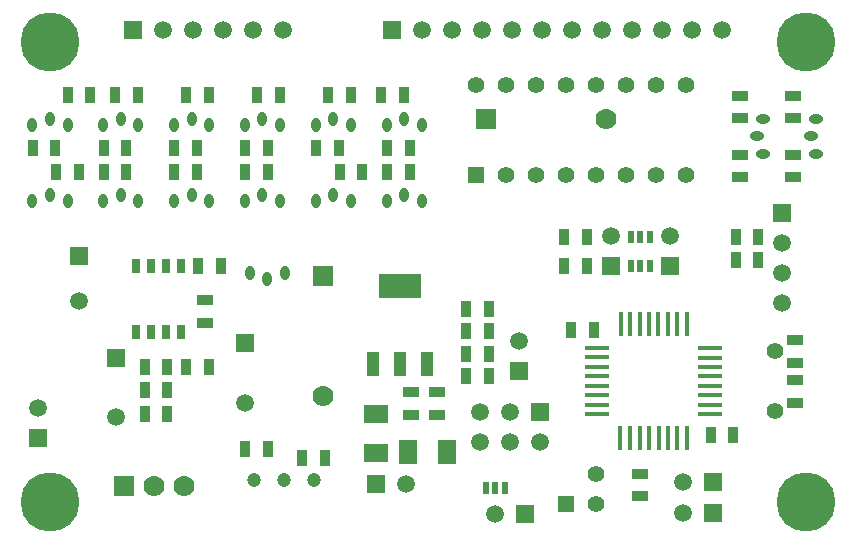
<source format=gbs>
G04 (created by PCBNEW (2013-07-07 BZR 4022)-stable) date 2015-02-26 23:16:54*
%MOIN*%
G04 Gerber Fmt 3.4, Leading zero omitted, Abs format*
%FSLAX34Y34*%
G01*
G70*
G90*
G04 APERTURE LIST*
%ADD10C,0.00629921*%
%ADD11C,0.07*%
%ADD12R,0.07X0.07*%
%ADD13R,0.055X0.055*%
%ADD14C,0.055*%
%ADD15R,0.035X0.055*%
%ADD16R,0.055X0.035*%
%ADD17R,0.025X0.05*%
%ADD18R,0.144X0.08*%
%ADD19R,0.04X0.08*%
%ADD20R,0.0787X0.0177*%
%ADD21R,0.0177X0.0787*%
%ADD22R,0.019685X0.0393701*%
%ADD23O,0.0314961X0.0472441*%
%ADD24C,0.1969*%
%ADD25R,0.06X0.08*%
%ADD26R,0.08X0.06*%
%ADD27R,0.0590551X0.0590551*%
%ADD28C,0.0590551*%
%ADD29O,0.0472441X0.0314961*%
%ADD30C,0.0591*%
%ADD31R,0.0591X0.0591*%
%ADD32C,0.0472*%
G04 APERTURE END LIST*
G54D10*
G54D11*
X10275Y4732D03*
G54D12*
X10275Y8732D03*
G54D11*
X19716Y13976D03*
G54D12*
X15716Y13976D03*
G54D13*
X15397Y12082D03*
G54D14*
X16397Y12082D03*
X17397Y12082D03*
X18397Y12082D03*
X19397Y12082D03*
X20397Y12082D03*
X21397Y12082D03*
X22397Y12082D03*
X22397Y15082D03*
X21397Y15082D03*
X20397Y15082D03*
X19397Y15082D03*
X18397Y15082D03*
X17397Y15082D03*
X16397Y15082D03*
X15397Y15082D03*
G54D15*
X609Y12992D03*
X1359Y12992D03*
X9585Y2677D03*
X10335Y2677D03*
X12420Y12204D03*
X13170Y12204D03*
X8445Y2952D03*
X7695Y2952D03*
X18325Y10039D03*
X19075Y10039D03*
X18325Y9055D03*
X19075Y9055D03*
G54D16*
X24173Y12776D03*
X24173Y12026D03*
X6338Y7914D03*
X6338Y7164D03*
G54D15*
X5727Y5708D03*
X6477Y5708D03*
X1771Y14763D03*
X2521Y14763D03*
X15808Y6141D03*
X15058Y6141D03*
X4349Y5708D03*
X5099Y5708D03*
X15058Y7637D03*
X15808Y7637D03*
X15808Y6889D03*
X15058Y6889D03*
X23217Y3444D03*
X23967Y3444D03*
G54D16*
X14094Y4113D03*
X14094Y4863D03*
X13228Y4113D03*
X13228Y4863D03*
G54D15*
X12973Y14763D03*
X12223Y14763D03*
X24784Y10039D03*
X24034Y10039D03*
X24784Y9251D03*
X24034Y9251D03*
X15058Y5393D03*
X15808Y5393D03*
X12420Y12992D03*
X13170Y12992D03*
G54D16*
X25944Y14745D03*
X25944Y13995D03*
X24173Y14745D03*
X24173Y13995D03*
G54D15*
X11201Y14763D03*
X10451Y14763D03*
X11595Y12204D03*
X10845Y12204D03*
X10058Y12992D03*
X10808Y12992D03*
X5099Y4921D03*
X4349Y4921D03*
X8839Y14763D03*
X8089Y14763D03*
X7695Y12204D03*
X8445Y12204D03*
X2146Y12185D03*
X1396Y12185D03*
G54D16*
X26023Y4506D03*
X26023Y5256D03*
X26023Y6595D03*
X26023Y5845D03*
G54D15*
X6477Y14763D03*
X5727Y14763D03*
X5333Y12204D03*
X6083Y12204D03*
X5333Y12992D03*
X6083Y12992D03*
X4349Y4133D03*
X5099Y4133D03*
X18562Y6929D03*
X19312Y6929D03*
X4115Y14763D03*
X3365Y14763D03*
X2971Y12204D03*
X3721Y12204D03*
X2971Y12992D03*
X3721Y12992D03*
G54D16*
X25944Y12776D03*
X25944Y12026D03*
G54D15*
X6121Y9055D03*
X6871Y9055D03*
X7695Y12992D03*
X8445Y12992D03*
G54D17*
X4053Y9052D03*
X4553Y9052D03*
X5053Y9052D03*
X5553Y9052D03*
X5553Y6852D03*
X5053Y6852D03*
X4553Y6852D03*
X4053Y6852D03*
G54D18*
X12834Y8386D03*
G54D19*
X12834Y5786D03*
X11934Y5786D03*
X13734Y5786D03*
G54D20*
X23195Y4123D03*
X23195Y4438D03*
X23195Y4753D03*
X23195Y5068D03*
X23195Y5383D03*
X23195Y5698D03*
X23195Y6013D03*
X23195Y6328D03*
X19429Y6326D03*
X19429Y4116D03*
X19429Y4436D03*
X19429Y4756D03*
X19429Y5066D03*
X19429Y5386D03*
X19429Y5696D03*
X19429Y6016D03*
G54D21*
X22411Y7116D03*
X22097Y7116D03*
X21781Y7116D03*
X21467Y7116D03*
X21151Y7116D03*
X20837Y7116D03*
X20521Y7116D03*
X20207Y7116D03*
X22409Y3336D03*
X22099Y3336D03*
X21779Y3336D03*
X21469Y3336D03*
X21159Y3336D03*
X20839Y3336D03*
X20519Y3336D03*
X20199Y3336D03*
G54D22*
X15708Y1653D03*
X16023Y1653D03*
X16338Y1653D03*
X20551Y9055D03*
X20866Y9055D03*
X21181Y9055D03*
X20551Y10039D03*
X20866Y10039D03*
X21181Y10039D03*
G54D23*
X9015Y8818D03*
X8425Y8622D03*
X7834Y8818D03*
G54D24*
X1181Y16535D03*
X26377Y16535D03*
X26377Y1181D03*
X1181Y1181D03*
G54D25*
X13129Y2874D03*
X14429Y2874D03*
G54D26*
X12037Y4114D03*
X12037Y2814D03*
G54D16*
X20866Y2146D03*
X20866Y1396D03*
G54D27*
X3937Y16929D03*
G54D28*
X4937Y16929D03*
X5937Y16929D03*
X6937Y16929D03*
X7937Y16929D03*
X8937Y16929D03*
G54D27*
X12598Y16929D03*
G54D28*
X13598Y16929D03*
X14598Y16929D03*
X15598Y16929D03*
X16598Y16929D03*
X17598Y16929D03*
X18598Y16929D03*
X19598Y16929D03*
X20598Y16929D03*
X21598Y16929D03*
X22598Y16929D03*
X23598Y16929D03*
G54D29*
X26732Y12795D03*
X26535Y13385D03*
X26732Y13976D03*
G54D23*
X12401Y13779D03*
X12992Y13976D03*
X13582Y13779D03*
X12401Y11220D03*
X12992Y11417D03*
X13582Y11220D03*
G54D29*
X24960Y12795D03*
X24763Y13385D03*
X24960Y13976D03*
G54D23*
X10039Y13779D03*
X10629Y13976D03*
X11220Y13779D03*
X7677Y13779D03*
X8267Y13976D03*
X8858Y13779D03*
X7677Y11220D03*
X8267Y11417D03*
X8858Y11220D03*
X5314Y13779D03*
X5905Y13976D03*
X6496Y13779D03*
X5314Y11220D03*
X5905Y11417D03*
X6496Y11220D03*
X2952Y13779D03*
X3543Y13976D03*
X4133Y13779D03*
X2952Y11220D03*
X3543Y11417D03*
X4133Y11220D03*
X590Y13779D03*
X1181Y13976D03*
X1771Y13779D03*
X10039Y11220D03*
X10629Y11417D03*
X11220Y11220D03*
X590Y11220D03*
X1181Y11417D03*
X1771Y11220D03*
G54D30*
X7677Y4511D03*
G54D31*
X7677Y6511D03*
X3385Y5984D03*
G54D30*
X3385Y4016D03*
X2165Y7913D03*
G54D31*
X2165Y9409D03*
G54D11*
X5645Y1732D03*
X4645Y1732D03*
G54D12*
X3645Y1732D03*
G54D32*
X7976Y1929D03*
X8976Y1929D03*
X9976Y1929D03*
G54D14*
X25334Y6236D03*
X25334Y4236D03*
G54D27*
X23287Y1850D03*
G54D28*
X22287Y1850D03*
G54D27*
X21850Y9055D03*
G54D28*
X21850Y10055D03*
G54D27*
X16811Y5551D03*
G54D28*
X16811Y6551D03*
G54D27*
X12066Y1781D03*
G54D28*
X13066Y1781D03*
G54D27*
X23287Y846D03*
G54D28*
X22287Y846D03*
G54D27*
X19881Y9055D03*
G54D28*
X19881Y10055D03*
G54D27*
X17007Y787D03*
G54D28*
X16007Y787D03*
G54D27*
X787Y3346D03*
G54D28*
X787Y4346D03*
G54D27*
X17519Y4212D03*
G54D28*
X17519Y3212D03*
X16519Y4212D03*
X16519Y3212D03*
X15519Y4212D03*
X15519Y3212D03*
G54D13*
X18397Y1114D03*
G54D14*
X19397Y1114D03*
X19397Y2114D03*
G54D27*
X25590Y10826D03*
G54D28*
X25590Y9826D03*
X25590Y8826D03*
X25590Y7826D03*
M02*

</source>
